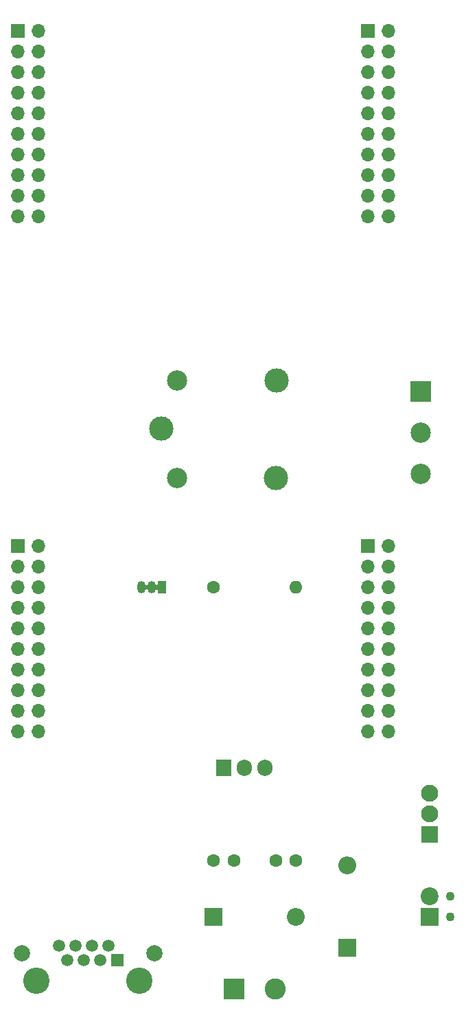
<source format=gbs>
G04 #@! TF.GenerationSoftware,KiCad,Pcbnew,(5.1.10-1-10_14)*
G04 #@! TF.CreationDate,2021-11-12T14:23:35+00:00*
G04 #@! TF.ProjectId,acnode-doorbot,61636e6f-6465-42d6-946f-6f72626f742e,rev?*
G04 #@! TF.SameCoordinates,Original*
G04 #@! TF.FileFunction,Soldermask,Bot*
G04 #@! TF.FilePolarity,Negative*
%FSLAX46Y46*%
G04 Gerber Fmt 4.6, Leading zero omitted, Abs format (unit mm)*
G04 Created by KiCad (PCBNEW (5.1.10-1-10_14)) date 2021-11-12 14:23:35*
%MOMM*%
%LPD*%
G01*
G04 APERTURE LIST*
%ADD10C,1.600000*%
%ADD11R,2.200000X2.200000*%
%ADD12O,2.200000X2.200000*%
%ADD13R,1.700000X1.700000*%
%ADD14O,1.700000X1.700000*%
%ADD15R,2.600000X2.600000*%
%ADD16C,2.600000*%
%ADD17C,1.100000*%
%ADD18C,2.200000*%
%ADD19R,2.500000X2.500000*%
%ADD20C,2.500000*%
%ADD21R,1.500000X1.500000*%
%ADD22C,1.500000*%
%ADD23C,3.250000*%
%ADD24C,2.000000*%
%ADD25R,2.100000X2.100000*%
%ADD26C,2.100000*%
%ADD27C,3.000000*%
%ADD28O,1.050000X1.500000*%
%ADD29R,1.050000X1.500000*%
%ADD30O,1.600000X1.600000*%
%ADD31R,1.905000X2.000000*%
%ADD32O,1.905000X2.000000*%
%ADD33C,0.100000*%
G04 APERTURE END LIST*
D10*
X76200000Y-144145000D03*
X78700000Y-144145000D03*
X83860000Y-144145000D03*
X86360000Y-144145000D03*
D11*
X92710000Y-154940000D03*
D12*
X92710000Y-144780000D03*
X86360000Y-151130000D03*
D11*
X76200000Y-151130000D03*
D13*
X52070000Y-41910000D03*
D14*
X54610000Y-41910000D03*
X52070000Y-44450000D03*
X54610000Y-44450000D03*
X52070000Y-46990000D03*
X54610000Y-46990000D03*
X52070000Y-49530000D03*
X54610000Y-49530000D03*
X52070000Y-52070000D03*
X54610000Y-52070000D03*
X52070000Y-54610000D03*
X54610000Y-54610000D03*
X52070000Y-57150000D03*
X54610000Y-57150000D03*
X52070000Y-59690000D03*
X54610000Y-59690000D03*
X52070000Y-62230000D03*
X54610000Y-62230000D03*
X52070000Y-64770000D03*
X54610000Y-64770000D03*
X54610000Y-128270000D03*
X52070000Y-128270000D03*
X54610000Y-125730000D03*
X52070000Y-125730000D03*
X54610000Y-123190000D03*
X52070000Y-123190000D03*
X54610000Y-120650000D03*
X52070000Y-120650000D03*
X54610000Y-118110000D03*
X52070000Y-118110000D03*
X54610000Y-115570000D03*
X52070000Y-115570000D03*
X54610000Y-113030000D03*
X52070000Y-113030000D03*
X54610000Y-110490000D03*
X52070000Y-110490000D03*
X54610000Y-107950000D03*
X52070000Y-107950000D03*
X54610000Y-105410000D03*
D13*
X52070000Y-105410000D03*
D15*
X78740000Y-160020000D03*
D16*
X83820000Y-160020000D03*
D13*
X95250000Y-41910000D03*
D14*
X97790000Y-41910000D03*
X95250000Y-44450000D03*
X97790000Y-44450000D03*
X95250000Y-46990000D03*
X97790000Y-46990000D03*
X95250000Y-49530000D03*
X97790000Y-49530000D03*
X95250000Y-52070000D03*
X97790000Y-52070000D03*
X95250000Y-54610000D03*
X97790000Y-54610000D03*
X95250000Y-57150000D03*
X97790000Y-57150000D03*
X95250000Y-59690000D03*
X97790000Y-59690000D03*
X95250000Y-62230000D03*
X97790000Y-62230000D03*
X95250000Y-64770000D03*
X97790000Y-64770000D03*
X97790000Y-128270000D03*
X95250000Y-128270000D03*
X97790000Y-125730000D03*
X95250000Y-125730000D03*
X97790000Y-123190000D03*
X95250000Y-123190000D03*
X97790000Y-120650000D03*
X95250000Y-120650000D03*
X97790000Y-118110000D03*
X95250000Y-118110000D03*
X97790000Y-115570000D03*
X95250000Y-115570000D03*
X97790000Y-113030000D03*
X95250000Y-113030000D03*
X97790000Y-110490000D03*
X95250000Y-110490000D03*
X97790000Y-107950000D03*
X95250000Y-107950000D03*
X97790000Y-105410000D03*
D13*
X95250000Y-105410000D03*
D11*
X102870000Y-151130000D03*
D17*
X105410000Y-151130000D03*
D18*
X102870000Y-148590000D03*
D17*
X105410000Y-148590000D03*
D19*
X101790000Y-86320000D03*
D20*
X101790000Y-91400000D03*
X101790000Y-96480000D03*
D21*
X64290000Y-156490000D03*
D22*
X62250000Y-156490000D03*
X60210000Y-156490000D03*
X58170000Y-156490000D03*
X63270000Y-154710000D03*
X61230000Y-154710000D03*
X59190000Y-154710000D03*
X57150000Y-154710000D03*
D23*
X67080000Y-159030000D03*
X54380000Y-159030000D03*
D24*
X52600000Y-155600000D03*
X68860000Y-155600000D03*
D25*
X102870000Y-140970000D03*
D26*
X102870000Y-138430000D03*
X102870000Y-135890000D03*
D20*
X71710000Y-97010000D03*
D27*
X83910000Y-97010000D03*
X83960000Y-84960000D03*
D20*
X71710000Y-85010000D03*
D27*
X69760000Y-90960000D03*
D28*
X68580000Y-110490000D03*
X67310000Y-110490000D03*
D29*
X69850000Y-110490000D03*
D10*
X76200000Y-110490000D03*
D30*
X86360000Y-110490000D03*
D31*
X77470000Y-132715000D03*
D32*
X80010000Y-132715000D03*
X82550000Y-132715000D03*
D33*
G36*
X69326084Y-110078793D02*
G01*
X69327000Y-110080474D01*
X69327000Y-110899526D01*
X69326000Y-110901258D01*
X69324000Y-110901258D01*
X69323010Y-110899722D01*
X69320628Y-110875535D01*
X69313628Y-110852460D01*
X69302263Y-110831196D01*
X69286968Y-110812559D01*
X69268331Y-110797264D01*
X69247067Y-110785899D01*
X69223992Y-110778899D01*
X69200001Y-110776536D01*
X69176010Y-110778899D01*
X69152935Y-110785899D01*
X69131671Y-110797264D01*
X69113034Y-110812559D01*
X69097739Y-110831196D01*
X69086281Y-110852634D01*
X69084582Y-110853690D01*
X69082819Y-110852747D01*
X69082603Y-110851110D01*
X69092942Y-110817027D01*
X69103000Y-110714906D01*
X69103000Y-110265095D01*
X69092942Y-110162973D01*
X69080821Y-110123017D01*
X69081275Y-110121069D01*
X69083189Y-110120488D01*
X69084583Y-110121671D01*
X69091534Y-110138451D01*
X69104929Y-110158498D01*
X69121976Y-110175545D01*
X69142023Y-110188940D01*
X69164297Y-110198166D01*
X69187947Y-110202871D01*
X69212053Y-110202871D01*
X69235704Y-110198167D01*
X69257978Y-110188941D01*
X69278025Y-110175546D01*
X69295072Y-110158499D01*
X69308467Y-110138452D01*
X69317693Y-110116178D01*
X69322407Y-110092482D01*
X69323002Y-110080376D01*
X69324086Y-110078695D01*
X69326084Y-110078793D01*
G37*
G36*
X68066247Y-110164278D02*
G01*
X68066777Y-110165841D01*
X68057000Y-110265094D01*
X68057000Y-110714906D01*
X68066776Y-110814154D01*
X68065951Y-110815976D01*
X68063961Y-110816172D01*
X68062873Y-110814933D01*
X68062733Y-110814473D01*
X68053466Y-110792103D01*
X68040072Y-110772056D01*
X68023025Y-110755009D01*
X68002977Y-110741614D01*
X67980704Y-110732388D01*
X67957053Y-110727683D01*
X67932947Y-110727683D01*
X67909297Y-110732387D01*
X67887023Y-110741614D01*
X67866976Y-110755008D01*
X67849929Y-110772055D01*
X67836534Y-110792103D01*
X67827267Y-110814473D01*
X67827129Y-110814929D01*
X67825670Y-110816297D01*
X67823756Y-110815718D01*
X67823225Y-110814154D01*
X67833000Y-110714906D01*
X67833000Y-110265095D01*
X67823225Y-110165846D01*
X67824050Y-110164024D01*
X67826040Y-110163828D01*
X67827129Y-110165071D01*
X67827267Y-110165527D01*
X67836533Y-110187897D01*
X67849928Y-110207944D01*
X67866975Y-110224991D01*
X67887022Y-110238386D01*
X67909296Y-110247612D01*
X67932946Y-110252317D01*
X67957052Y-110252317D01*
X67980703Y-110247613D01*
X68002977Y-110238387D01*
X68023024Y-110224992D01*
X68040071Y-110207945D01*
X68053466Y-110187898D01*
X68062731Y-110165532D01*
X68062873Y-110165064D01*
X68064333Y-110163697D01*
X68066247Y-110164278D01*
G37*
M02*

</source>
